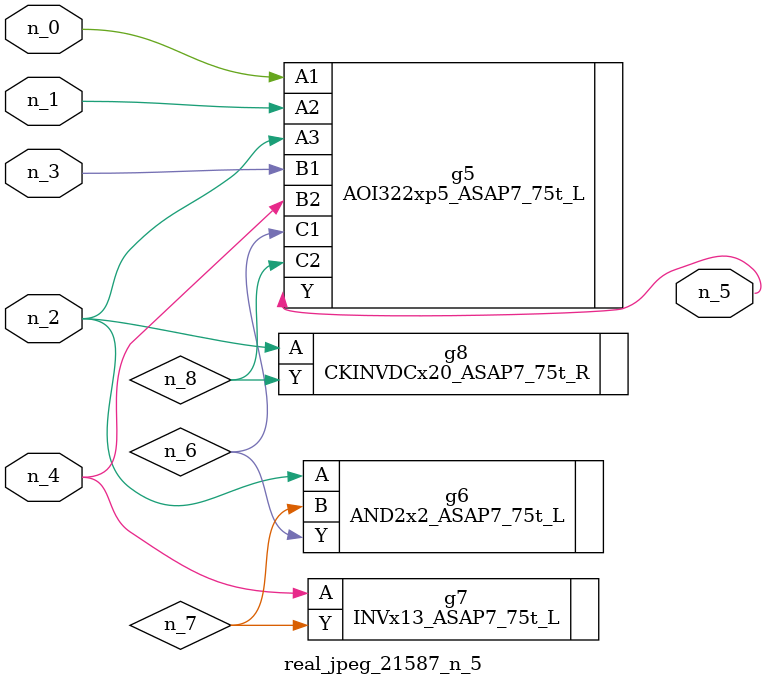
<source format=v>
module real_jpeg_21587_n_5 (n_4, n_0, n_1, n_2, n_3, n_5);

input n_4;
input n_0;
input n_1;
input n_2;
input n_3;

output n_5;

wire n_8;
wire n_6;
wire n_7;

AOI322xp5_ASAP7_75t_L g5 ( 
.A1(n_0),
.A2(n_1),
.A3(n_2),
.B1(n_3),
.B2(n_4),
.C1(n_6),
.C2(n_8),
.Y(n_5)
);

AND2x2_ASAP7_75t_L g6 ( 
.A(n_2),
.B(n_7),
.Y(n_6)
);

CKINVDCx20_ASAP7_75t_R g8 ( 
.A(n_2),
.Y(n_8)
);

INVx13_ASAP7_75t_L g7 ( 
.A(n_4),
.Y(n_7)
);


endmodule
</source>
